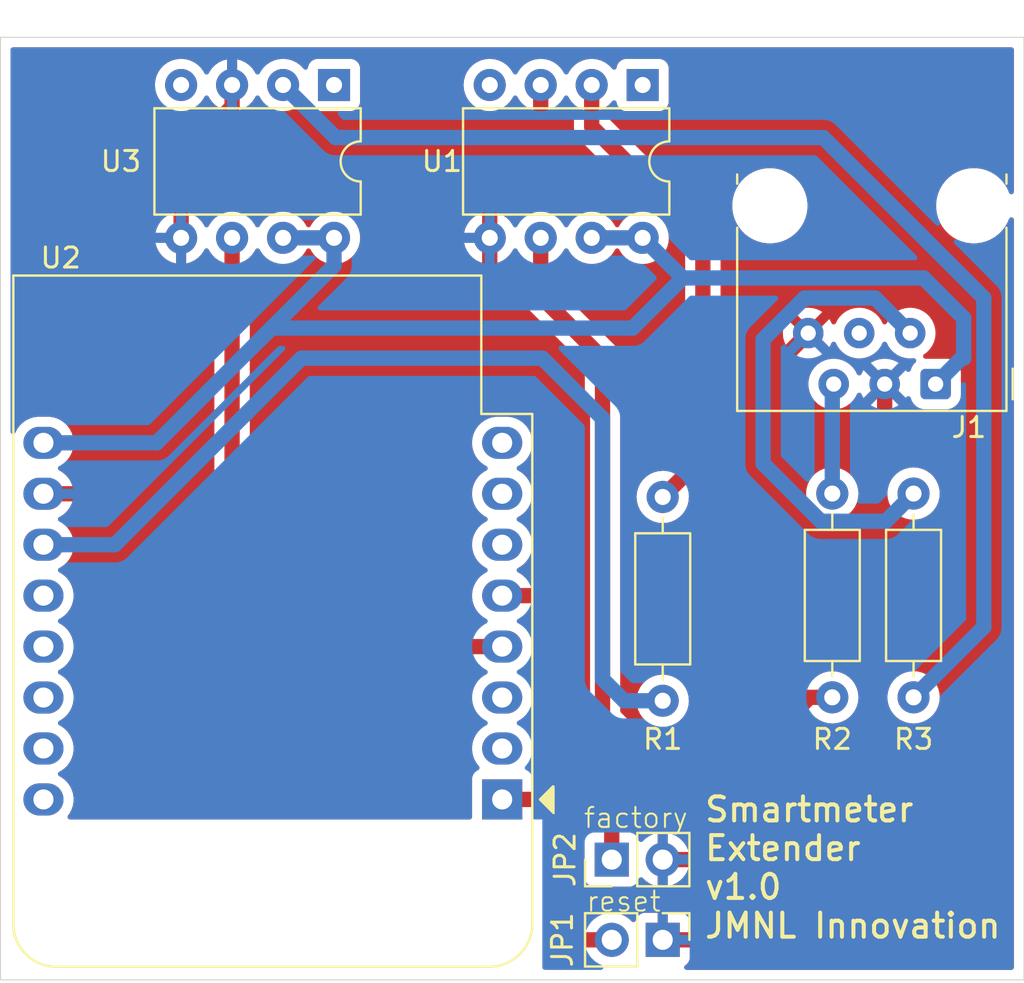
<source format=kicad_pcb>
(kicad_pcb (version 20240108) (generator "pcbnew") (generator_version "8.0")
  (layers (0 "F.Cu" signal) (31 "B.Cu" signal) (34 "B.Paste" user) (35 "F.Paste" user) (36 "B.SilkS" user "B.Silkscreen") (37 "F.SilkS" user "F.Silkscreen") (38 "B.Mask" user) (39 "F.Mask" user) (44 "Edge.Cuts" user))
  (net 0 "")
  (net 1 "Net-(J1-Pad2)")
  (net 2 "Net-(J1-Pad5)")
  (net 4 "+5V")
  (net 5 "GND")
  (net 6 "Net-(JP1-B)")
  (net 7 "Net-(U2-D4)")
  (net 8 "Net-(U1-A)")
  (net 9 "Net-(U1-VO)")
  (net 10 "Net-(U3-A)")
  (net 14 "Net-(JP2-A)")
  (net 18 "Net-(U2-SCK{slash}D5)")
  (net 23 "Net-(U1-C)")
  (footprint "Resistor_THT:R_Axial_DIN0207_L6.3mm_D2.5mm_P10.16mm_Horizontal" (layer "F.Cu") (at 147 105.08 90)
    (property "Reference" "R1" (at -1.92 0 180) (layer "F.SilkS"))
    (property "Value" "165-200 (180)")
    (fp_line (start 8.35 -1.37) (end 1.81 -1.37) (stroke (width 0.12)) (layer "F.SilkS"))
    (fp_line (start 1.81 -1.37) (end 1.81 1.37) (stroke (width 0.12)) (layer "F.SilkS"))
    (fp_line (start 9.12 0) (end 8.35 0) (stroke (width 0.12)) (layer "F.SilkS"))
    (fp_line (start 1.04 0) (end 1.81 0) (stroke (width 0.12)) (layer "F.SilkS"))
    (fp_line (start 8.35 1.37) (end 8.35 -1.37) (stroke (width 0.12)) (layer "F.SilkS"))
    (fp_line (start 1.81 1.37) (end 8.35 1.37) (stroke (width 0.12)) (layer "F.SilkS"))
    (pad "1" thru_hole circle (at 0 0 90) (size 1.6 1.6) (drill 0.8) (layers "*.Cu" "*.Mask") (net 7 "Net-(U2-D4)"))
    (pad "2" thru_hole oval (at 10.16 0 90) (size 1.6 1.6) (drill 0.8) (layers "*.Cu" "*.Mask") (net 8 "Net-(U1-A)"))
  )
  (footprint "Resistor_THT:R_Axial_DIN0207_L6.3mm_D2.5mm_P10.16mm_Horizontal" (layer "F.Cu") (at 159.5 104.91 90)
    (property "Reference" "R3" (at -2.09 0 180) (layer "F.SilkS"))
    (property "Value" "220-330 (330)")
    (fp_line (start 8.35 -1.37) (end 1.81 -1.37) (stroke (width 0.12)) (layer "F.SilkS"))
    (fp_line (start 1.81 -1.37) (end 1.81 1.37) (stroke (width 0.12)) (layer "F.SilkS"))
    (fp_line (start 9.12 0) (end 8.35 0) (stroke (width 0.12)) (layer "F.SilkS"))
    (fp_line (start 1.04 0) (end 1.81 0) (stroke (width 0.12)) (layer "F.SilkS"))
    (fp_line (start 8.35 1.37) (end 8.35 -1.37) (stroke (width 0.12)) (layer "F.SilkS"))
    (fp_line (start 1.81 1.37) (end 8.35 1.37) (stroke (width 0.12)) (layer "F.SilkS"))
    (pad "1" thru_hole circle (at 0 0 90) (size 1.6 1.6) (drill 0.8) (layers "*.Cu" "*.Mask") (net 10 "Net-(U3-A)"))
    (pad "2" thru_hole oval (at 10.16 0 90) (size 1.6 1.6) (drill 0.8) (layers "*.Cu" "*.Mask") (net 1 "Net-(J1-Pad2)"))
  )
  (footprint "Package_DIP:DIP-8_W7.62mm" (layer "F.Cu") (at 146 74.38 -90)
    (property "Reference" "U1" (at 3.81 10 180) (layer "F.SilkS"))
    (property "Value" "6N137")
    (fp_line (start 1.16 8.95) (end 6.46 8.95) (stroke (width 0.12)) (layer "F.SilkS"))
    (fp_line (start 6.46 8.95) (end 6.46 -1.33) (stroke (width 0.12)) (layer "F.SilkS"))
    (fp_line (start 1.16 -1.33) (end 1.16 8.95) (stroke (width 0.12)) (layer "F.SilkS"))
    (fp_line (start 2.81 -1.33) (end 1.16 -1.33) (stroke (width 0.12)) (layer "F.SilkS"))
    (fp_line (start 6.46 -1.33) (end 4.81 -1.33) (stroke (width 0.12)) (layer "F.SilkS"))
    (fp_arc (start 4.81 -1.33) (mid 3.81 -0.33) (end 2.81 -1.33) (stroke (width 0.12)) (layer "F.SilkS"))
    (pad "1" thru_hole rect (at 0 0 270) (size 1.6 1.6) (drill 0.8) (layers "*.Cu" "*.Mask"))
    (pad "2" thru_hole oval (at 0 2.54 270) (size 1.6 1.6) (drill 0.8) (layers "*.Cu" "*.Mask") (net 8 "Net-(U1-A)"))
    (pad "3" thru_hole oval (at 0 5.08 270) (size 1.6 1.6) (drill 0.8) (layers "*.Cu" "*.Mask") (net 23 "Net-(U1-C)"))
    (pad "4" thru_hole oval (at 0 7.62 270) (size 1.6 1.6) (drill 0.8) (layers "*.Cu" "*.Mask"))
    (pad "5" thru_hole oval (at 7.62 7.62 270) (size 1.6 1.6) (drill 0.8) (layers "*.Cu" "*.Mask") (net 5 "GND"))
    (pad "6" thru_hole oval (at 7.62 5.08 270) (size 1.6 1.6) (drill 0.8) (layers "*.Cu" "*.Mask") (net 9 "Net-(U1-VO)"))
    (pad "7" thru_hole oval (at 7.62 2.54 270) (size 1.6 1.6) (drill 0.8) (layers "*.Cu" "*.Mask") (net 4 "+5V"))
    (pad "8" thru_hole oval (at 7.62 0 270) (size 1.6 1.6) (drill 0.8) (layers "*.Cu" "*.Mask") (net 4 "+5V"))
  )
  (footprint "Connector_PinHeader_2.54mm:PinHeader_1x02_P2.54mm_Vertical" (layer "F.Cu") (at 144.46 113 90)
    (property "Reference" "JP2" (at 0 -2.33 90) (layer "F.SilkS"))
    (property "Value" "Factory Reset")
    (fp_line (start -1.33 -1.33) (end 0 -1.33) (stroke (width 0.12)) (layer "F.SilkS"))
    (fp_line (start -1.33 0) (end -1.33 -1.33) (stroke (width 0.12)) (layer "F.SilkS"))
    (fp_line (start 1.33 1.27) (end 1.33 3.87) (stroke (width 0.12)) (layer "F.SilkS"))
    (fp_line (start -1.33 1.27) (end 1.33 1.27) (stroke (width 0.12)) (layer "F.SilkS"))
    (fp_line (start -1.33 1.27) (end -1.33 3.87) (stroke (width 0.12)) (layer "F.SilkS"))
    (fp_line (start -1.33 3.87) (end 1.33 3.87) (stroke (width 0.12)) (layer "F.SilkS"))
    (pad "1" thru_hole rect (at 0 0 90) (size 1.7 1.7) (drill 1) (layers "*.Cu" "*.Mask") (net 14 "Net-(JP2-A)"))
    (pad "2" thru_hole oval (at 0 2.54 90) (size 1.7 1.7) (drill 1) (layers "*.Cu" "*.Mask") (net 5 "GND"))
  )
  (footprint "Resistor_THT:R_Axial_DIN0207_L6.3mm_D2.5mm_P10.16mm_Horizontal" (layer "F.Cu") (at 155.45 104.91 90)
    (property "Reference" "R2" (at -2.09 0 180) (layer "F.SilkS"))
    (property "Value" "100")
    (fp_line (start 8.35 -1.37) (end 1.81 -1.37) (stroke (width 0.12)) (layer "F.SilkS"))
    (fp_line (start 1.81 -1.37) (end 1.81 1.37) (stroke (width 0.12)) (layer "F.SilkS"))
    (fp_line (start 9.12 0) (end 8.35 0) (stroke (width 0.12)) (layer "F.SilkS"))
    (fp_line (start 1.04 0) (end 1.81 0) (stroke (width 0.12)) (layer "F.SilkS"))
    (fp_line (start 8.35 1.37) (end 8.35 -1.37) (stroke (width 0.12)) (layer "F.SilkS"))
    (fp_line (start 1.81 1.37) (end 8.35 1.37) (stroke (width 0.12)) (layer "F.SilkS"))
    (pad "1" thru_hole circle (at 0 0 90) (size 1.6 1.6) (drill 0.8) (layers "*.Cu" "*.Mask") (net 9 "Net-(U1-VO)"))
    (pad "2" thru_hole oval (at 10.16 0 90) (size 1.6 1.6) (drill 0.8) (layers "*.Cu" "*.Mask") (net 2 "Net-(J1-Pad5)"))
  )
  (footprint "Module:WEMOS_D1_mini_light" (layer "F.Cu") (at 139 110 180)
    (property "Reference" "U2" (at 22 27 0) (layer "F.SilkS"))
    (property "Value" "WeMos_D1_mini")
    (fp_line (start 24.36 26.12) (end 24.36 -6.21) (stroke (width 0.12)) (layer "F.SilkS"))
    (fp_line (start 22.24 -8.34) (end 0.63 -8.34) (stroke (width 0.12)) (layer "F.SilkS"))
    (fp_line (start 1.04 26.12) (end 24.36 26.12) (stroke (width 0.12)) (layer "F.SilkS"))
    (fp_line (start 1.04 19.22) (end 1.04 26.12) (stroke (width 0.12)) (layer "F.SilkS"))
    (fp_line (start -1.5 19.22) (end 1.04 19.22) (stroke (width 0.12)) (layer "F.SilkS"))
    (fp_line (start -1.5 19.22) (end -1.5 -6.21) (stroke (width 0.12)) (layer "F.SilkS"))
    (fp_arc (start 22.23 -8.34) (mid 23.736137 -7.716137) (end 24.36 -6.21) (stroke (width 0.12)) (layer "F.SilkS"))
    (fp_arc (start -1.5 -6.21) (mid -0.876137 -7.716137) (end 0.63 -8.34) (stroke (width 0.12)) (layer "F.SilkS"))
    (fp_poly (pts (xy -2.54 -0.635) (xy -2.54 0.635) (xy -1.905 0)) (stroke (width 0.15)) (fill solid) (layer "F.SilkS"))
    (pad "1" thru_hole rect (at 0 0 180) (size 2 2) (drill 1) (layers "*.Cu" "*.Mask") (net 6 "Net-(JP1-B)"))
    (pad "2" thru_hole oval (at 0 2.54 180) (size 2 1.6) (drill 1) (layers "*.Cu" "*.Mask"))
    (pad "3" thru_hole oval (at 0 5.08 180) (size 2 1.6) (drill 1) (layers "*.Cu" "*.Mask"))
    (pad "4" thru_hole oval (at 0 7.62 180) (size 2 1.6) (drill 1) (layers "*.Cu" "*.Mask") (net 18 "Net-(U2-SCK{slash}D5)"))
    (pad "5" thru_hole oval (at 0 10.16 180) (size 2 1.6) (drill 1) (layers "*.Cu" "*.Mask") (net 14 "Net-(JP2-A)"))
    (pad "6" thru_hole oval (at 0 12.7 180) (size 2 1.6) (drill 1) (layers "*.Cu" "*.Mask"))
    (pad "7" thru_hole oval (at 0 15.24 180) (size 2 1.6) (drill 1) (layers "*.Cu" "*.Mask"))
    (pad "8" thru_hole oval (at 0 17.78 180) (size 2 1.6) (drill 1) (layers "*.Cu" "*.Mask"))
    (pad "9" thru_hole oval (at 22.86 17.78 180) (size 2 1.6) (drill 1) (layers "*.Cu" "*.Mask") (net 4 "+5V"))
    (pad "10" thru_hole oval (at 22.86 15.24 180) (size 2 1.6) (drill 1) (layers "*.Cu" "*.Mask") (net 5 "GND"))
    (pad "11" thru_hole oval (at 22.86 12.7 180) (size 2 1.6) (drill 1) (layers "*.Cu" "*.Mask") (net 7 "Net-(U2-D4)"))
    (pad "12" thru_hole oval (at 22.86 10.16 180) (size 2 1.6) (drill 1) (layers "*.Cu" "*.Mask"))
    (pad "13" thru_hole oval (at 22.86 7.62 180) (size 2 1.6) (drill 1) (layers "*.Cu" "*.Mask"))
    (pad "14" thru_hole oval (at 22.86 5.08 180) (size 2 1.6) (drill 1) (layers "*.Cu" "*.Mask") (net 23 "Net-(U1-C)"))
    (pad "15" thru_hole oval (at 22.86 2.54 180) (size 2 1.6) (drill 1) (layers "*.Cu" "*.Mask"))
    (pad "16" thru_hole oval (at 22.86 0 180) (size 2 1.6) (drill 1) (layers "*.Cu" "*.Mask"))
  )
  (footprint "Package_DIP:DIP-8_W7.62mm" (layer "F.Cu") (at 130.62 74.38 -90)
    (property "Reference" "U3" (at 3.81 10.62 180) (layer "F.SilkS"))
    (property "Value" "6N137")
    (fp_line (start 1.16 8.95) (end 6.46 8.95) (stroke (width 0.12)) (layer "F.SilkS"))
    (fp_line (start 6.46 8.95) (end 6.46 -1.33) (stroke (width 0.12)) (layer "F.SilkS"))
    (fp_line (start 1.16 -1.33) (end 1.16 8.95) (stroke (width 0.12)) (layer "F.SilkS"))
    (fp_line (start 2.81 -1.33) (end 1.16 -1.33) (stroke (width 0.12)) (layer "F.SilkS"))
    (fp_line (start 6.46 -1.33) (end 4.81 -1.33) (stroke (width 0.12)) (layer "F.SilkS"))
    (fp_arc (start 4.81 -1.33) (mid 3.81 -0.33) (end 2.81 -1.33) (stroke (width 0.12)) (layer "F.SilkS"))
    (pad "1" thru_hole rect (at 0 0 270) (size 1.6 1.6) (drill 0.8) (layers "*.Cu" "*.Mask"))
    (pad "2" thru_hole oval (at 0 2.54 270) (size 1.6 1.6) (drill 0.8) (layers "*.Cu" "*.Mask") (net 10 "Net-(U3-A)"))
    (pad "3" thru_hole oval (at 0 5.08 270) (size 1.6 1.6) (drill 0.8) (layers "*.Cu" "*.Mask") (net 5 "GND"))
    (pad "4" thru_hole oval (at 0 7.62 270) (size 1.6 1.6) (drill 0.8) (layers "*.Cu" "*.Mask"))
    (pad "5" thru_hole oval (at 7.62 7.62 270) (size 1.6 1.6) (drill 0.8) (layers "*.Cu" "*.Mask") (net 5 "GND"))
    (pad "6" thru_hole oval (at 7.62 5.08 270) (size 1.6 1.6) (drill 0.8) (layers "*.Cu" "*.Mask") (net 18 "Net-(U2-SCK{slash}D5)"))
    (pad "7" thru_hole oval (at 7.62 2.54 270) (size 1.6 1.6) (drill 0.8) (layers "*.Cu" "*.Mask") (net 4 "+5V"))
    (pad "8" thru_hole oval (at 7.62 0 270) (size 1.6 1.6) (drill 0.8) (layers "*.Cu" "*.Mask") (net 4 "+5V"))
  )
  (footprint "Connector_RJ:RJ12_Amphenol_54601-x06_Horizontal" (layer "F.Cu") (at 160.6 89.29 180)
    (property "Reference" "J1" (at -1.66 -2.16 0) (layer "F.SilkS"))
    (property "Value" "RJ12")
    (fp_line (start 9.89 10.45) (end 9.89 9.99) (stroke (width 0.12)) (layer "F.SilkS"))
    (fp_line (start 9.89 -1.34) (end 9.89 7.79) (stroke (width 0.12)) (layer "F.SilkS"))
    (fp_line (start -3.53 10.45) (end -3.53 9.99) (stroke (width 0.12)) (layer "F.SilkS"))
    (fp_line (start -3.53 7.79) (end -3.53 -1.34) (stroke (width 0.12)) (layer "F.SilkS"))
    (fp_line (start -3.53 -1.34) (end 9.89 -1.34) (stroke (width 0.12)) (layer "F.SilkS"))
    (fp_line (start -3.84 0.77) (end -3.84 -0.76) (stroke (width 0.12)) (layer "F.SilkS"))
    (pad "" np_thru_hole circle (at -1.9 8.89 180) (size 3.25 3.25) (drill 3.25) (layers "*.Cu" "*.Mask"))
    (pad "" np_thru_hole circle (at 8.26 8.89 180) (size 3.25 3.25) (drill 3.25) (layers "*.Cu" "*.Mask"))
    (pad "1" thru_hole roundrect (at 0 0 180) (size 1.52 1.52) (drill 0.76) (layers "*.Cu" "*.Mask") (roundrect_rratio 0.1644736842) (net 4 "+5V"))
    (pad "2" thru_hole circle (at 1.27 2.54 180) (size 1.52 1.52) (drill 0.76) (layers "*.Cu" "*.Mask") (net 1 "Net-(J1-Pad2)"))
    (pad "3" thru_hole circle (at 2.54 0 180) (size 1.52 1.52) (drill 0.76) (layers "*.Cu" "*.Mask") (net 5 "GND"))
    (pad "4" thru_hole circle (at 3.81 2.54 180) (size 1.52 1.52) (drill 0.76) (layers "*.Cu" "*.Mask"))
    (pad "5" thru_hole circle (at 5.08 0 180) (size 1.52 1.52) (drill 0.76) (layers "*.Cu" "*.Mask") (net 2 "Net-(J1-Pad5)"))
    (pad "6" thru_hole circle (at 6.35 2.54 180) (size 1.52 1.52) (drill 0.76) (layers "*.Cu" "*.Mask") (net 5 "GND"))
  )
  (footprint "Connector_PinHeader_2.54mm:PinHeader_1x02_P2.54mm_Vertical" (layer "F.Cu") (at 147 117 -90)
    (property "Reference" "JP1" (at 0 5 -90) (layer "F.SilkS"))
    (property "Value" "Reset")
    (fp_line (start -1.33 3.87) (end 1.33 3.87) (stroke (width 0.12)) (layer "F.SilkS"))
    (fp_line (start -1.33 1.27) (end -1.33 3.87) (stroke (width 0.12)) (layer "F.SilkS"))
    (fp_line (start -1.33 1.27) (end 1.33 1.27) (stroke (width 0.12)) (layer "F.SilkS"))
    (fp_line (start 1.33 1.27) (end 1.33 3.87) (stroke (width 0.12)) (layer "F.SilkS"))
    (fp_line (start -1.33 0) (end -1.33 -1.33) (stroke (width 0.12)) (layer "F.SilkS"))
    (fp_line (start -1.33 -1.33) (end 0 -1.33) (stroke (width 0.12)) (layer "F.SilkS"))
    (pad "1" thru_hole rect (at 0 0 270) (size 1.7 1.7) (drill 1) (layers "*.Cu" "*.Mask") (net 5 "GND"))
    (pad "2" thru_hole oval (at 0 2.54 270) (size 1.7 1.7) (drill 1) (layers "*.Cu" "*.Mask") (net 6 "Net-(JP1-B)"))
  )
  (gr_poly (pts (xy 114 72) (xy 165 72) (xy 165 119) (xy 114 119)) (stroke (width 0.05)) (fill none) (layer "Edge.Cuts"))
  (gr_text "factory" (at 143 111.5 0) (layer "F.SilkS") (effects (font (size 1 1) (thickness 0.1)) (justify left bottom)))
  (gr_text "Smartmeter\nExtender\nv1.0\nJMNL Innovation" (at 149 117 0) (layer "F.SilkS") (effects (font (size 1.2 1.2) (thickness 0.2) (bold yes)) (justify left bottom)))
  (gr_text "reset" (at 143.13 115.67 0) (layer "F.SilkS") (effects (font (size 1 1) (thickness 0.1)) (justify left bottom)))
  (segment (start 152 93.253029) (end 152 87.065539) (width 0.762) (layer "B.Cu") (net 1))
  (segment (start 159.5 94.75) (end 158.119 96.131) (width 0.762) (layer "B.Cu") (net 1))
  (segment (start 154.065539 85) (end 157.58 85) (width 0.762) (layer "B.Cu") (net 1))
  (segment (start 154.877971 96.131) (end 152 93.253029) (width 0.762) (layer "B.Cu") (net 1))
  (segment (start 158.119 96.131) (end 154.877971 96.131) (width 0.762) (layer "B.Cu") (net 1))
  (segment (start 152 87.065539) (end 154.065539 85) (width 0.762) (layer "B.Cu") (net 1))
  (segment (start 157.58 85) (end 159.33 86.75) (width 0.762) (layer "B.Cu") (net 1))
  (segment (start 155.45 94.75) (end 155.45 89.36) (width 0.762) (layer "B.Cu") (net 2))
  (segment (start 155.45 89.36) (end 155.52 89.29) (width 0.762) (layer "B.Cu") (net 2))
  (segment (start 143.46 82) (end 146 82) (width 0.762) (layer "B.Cu") (net 4))
  (segment (start 130.62 83.38) (end 130.62 82) (width 0.762) (layer "B.Cu") (net 4))
  (segment (start 146 82) (end 148 84) (width 0.762) (layer "B.Cu") (net 4))
  (segment (start 116.14 92.22) (end 121.78 92.22) (width 0.762) (layer "B.Cu") (net 4))
  (segment (start 130.62 82) (end 128.08 82) (width 0.762) (layer "B.Cu") (net 4))
  (segment (start 145.5 86.5) (end 148 84) (width 0.762) (layer "B.Cu") (net 4))
  (segment (start 162 86) (end 162 88) (width 0.762) (layer "B.Cu") (net 4))
  (segment (start 148 84) (end 160 84) (width 0.762) (layer "B.Cu") (net 4))
  (segment (start 121.78 92.22) (end 127 87) (width 0.762) (layer "B.Cu") (net 4))
  (segment (start 162 88) (end 161.89 88) (width 0.762) (layer "B.Cu") (net 4))
  (segment (start 127.5 86.5) (end 145.5 86.5) (width 0.762) (layer "B.Cu") (net 4))
  (segment (start 127 87) (end 127.5 86.5) (width 0.762) (layer "B.Cu") (net 4))
  (segment (start 161.89 88) (end 160.6 89.29) (width 0.762) (layer "B.Cu") (net 4))
  (segment (start 127 87) (end 130.62 83.38) (width 0.762) (layer "B.Cu") (net 4))
  (segment (start 160 84) (end 162 86) (width 0.762) (layer "B.Cu") (net 4))
  (segment (start 148 111) (end 150 113) (width 0.762) (layer "F.Cu") (net 5))
  (segment (start 141 77) (end 140.92 76.92) (width 0.762) (layer "F.Cu") (net 5))
  (segment (start 116.14 94.76) (end 118.24 94.76) (width 0.762) (layer "F.Cu") (net 5))
  (segment (start 156.5 92.5) (end 160.5 92.5) (width 0.762) (layer "F.Cu") (net 5))
  (segment (start 140.92 76.92) (end 140.92 74.38) (width 0.762) (layer "F.Cu") (net 5))
  (segment (start 118.24 94.76) (end 119 94) (width 0.762) (layer "F.Cu") (net 5))
  (segment (start 123 82) (end 123 78) (width 0.762) (layer "F.Cu") (net 5))
  (segment (start 119 90) (end 121 88) (width 0.762) (layer "F.Cu") (net 5))
  (segment (start 135.76 77) (end 124 77) (width 0.762) (layer "F.Cu") (net 5))
  (segment (start 138.38 82) (end 138.38 79.62) (width 0.762) (layer "F.Cu") (net 5))
  (segment (start 123 78) (end 124 77) (width 0.762) (layer "F.Cu") (net 5))
  (segment (start 163 95) (end 163 114) (width 0.762) (layer "F.Cu") (net 5))
  (segment (start 121 88) (end 121 80) (width 0.762) (layer "F.Cu") (net 5))
  (segment (start 152 90) (end 152 91) (width 0.762) (layer "F.Cu") (net 5))
  (segment (start 143 108) (end 146 111) (width 0.762) (layer "F.Cu") (net 5))
  (segment (start 154.25 86.75) (end 152 89) (width 0.762) (layer "F.Cu") (net 5))
  (segment (start 124 77) (end 125.54 75.46) (width 0.762) (layer "F.Cu") (net 5))
  (segment (start 153.5 92.5) (end 156.5 92.5) (width 0.762) (layer "F.Cu") (net 5))
  (segment (start 138.38 79.62) (end 135.76 77) (width 0.762) (layer "F.Cu") (net 5))
  (segment (start 150 113) (end 147 113) (width 0.762) (layer "F.Cu") (net 5))
  (segment (start 150 113) (end 154 117) (width 0.762) (layer "F.Cu") (net 5))
  (segment (start 156.5 92.5) (end 158.06 90.94) (width 0.762) (layer "F.Cu") (net 5))
  (segment (start 158.06 90.94) (end 158.06 89.29) (width 0.762) (layer "F.Cu") (net 5))
  (segment (start 121 80) (end 123 78) (width 0.762) (layer "F.Cu") (net 5))
  (segment (start 154 117) (end 147 117) (width 0.762) (layer "F.Cu") (net 5))
  (segment (start 163 114) (end 160 117) (width 0.762) (layer "F.Cu") (net 5))
  (segment (start 138.38 79.62) (end 141 77) (width 0.762) (layer "F.Cu") (net 5))
  (segment (start 143 90) (end 143 108) (width 0.762) (layer "F.Cu") (net 5))
  (segment (start 153 92) (end 153.5 92.5) (width 0.762) (layer "F.Cu") (net 5))
  (segment (start 146 111) (end 148 111) (width 0.762) (layer "F.Cu") (net 5))
  (segment (start 152 89) (end 152 90) (width 0.762) (layer "F.Cu") (net 5))
  (segment (start 138.38 82) (end 138.38 85.38) (width 0.762) (layer "F.Cu") (net 5))
  (segment (start 160.5 92.5) (end 163 95) (width 0.762) (layer "F.Cu") (net 5))
  (segment (start 125.54 75.46) (end 125.54 74.38) (width 0.762) (layer "F.Cu") (net 5))
  (segment (start 119 94) (end 119 90) (width 0.762) (layer "F.Cu") (net 5))
  (segment (start 138.38 85.38) (end 143 90) (width 0.762) (layer "F.Cu") (net 5))
  (segment (start 152 91) (end 153 92) (width 0.762) (layer "F.Cu") (net 5))
  (segment (start 160 117) (end 154 117) (width 0.762) (layer "F.Cu") (net 5))
  (segment (start 142 110) (end 142.5 110.5) (width 0.762) (layer "F.Cu") (net 6))
  (segment (start 139 110) (end 142 110) (width 0.762) (layer "F.Cu") (net 6))
  (segment (start 142.5 116.5) (end 143 117) (width 0.762) (layer "F.Cu") (net 6))
  (segment (start 142.5 110.5) (end 142.5 116.5) (width 0.762) (layer "F.Cu") (net 6))
  (segment (start 143 117) (end 144.46 117) (width 0.762) (layer "F.Cu") (net 6))
  (segment (start 119.7 97.3) (end 129 88) (width 0.762) (layer "B.Cu") (net 7))
  (segment (start 129 88) (end 141 88) (width 0.762) (layer "B.Cu") (net 7))
  (segment (start 145.08 105.08) (end 147 105.08) (width 0.762) (layer "B.Cu") (net 7))
  (segment (start 144 104) (end 145.08 105.08) (width 0.762) (layer "B.Cu") (net 7))
  (segment (start 116.14 97.3) (end 119.7 97.3) (width 0.762) (layer "B.Cu") (net 7))
  (segment (start 141 88) (end 144 91) (width 0.762) (layer "B.Cu") (net 7))
  (segment (start 144 91) (end 144 104) (width 0.762) (layer "B.Cu") (net 7))
  (segment (start 143.46 74.38) (end 143.46 76.46) (width 0.762) (layer "F.Cu") (net 8))
  (segment (start 148 79) (end 149 80) (width 0.762) (layer "F.Cu") (net 8))
  (segment (start 143.46 76.46) (end 146 79) (width 0.762) (layer "F.Cu") (net 8))
  (segment (start 149 80) (end 149 92.92) (width 0.762) (layer "F.Cu") (net 8))
  (segment (start 149 92.92) (end 147 94.92) (width 0.762) (layer "F.Cu") (net 8))
  (segment (start 146 79) (end 148 79) (width 0.762) (layer "F.Cu") (net 8))
  (segment (start 140.92 84.92) (end 140.92 82) (width 0.762) (layer "F.Cu") (net 9))
  (segment (start 144 88) (end 140.92 84.92) (width 0.762) (layer "F.Cu") (net 9))
  (segment (start 151.22863 108) (end 146 108) (width 0.762) (layer "F.Cu") (net 9))
  (segment (start 155.45 104.91) (end 154.31863 104.91) (width 0.762) (layer "F.Cu") (net 9))
  (segment (start 154.31863 104.91) (end 151.22863 108) (width 0.762) (layer "F.Cu") (net 9))
  (segment (start 144 106) (end 144 88) (width 0.762) (layer "F.Cu") (net 9))
  (segment (start 146 108) (end 144 106) (width 0.762) (layer "F.Cu") (net 9))
  (segment (start 163 85) (end 163 101.41) (width 0.762) (layer "B.Cu") (net 10))
  (segment (start 155 77) (end 163 85) (width 0.762) (layer "B.Cu") (net 10))
  (segment (start 130.7 77) (end 155 77) (width 0.762) (layer "B.Cu") (net 10))
  (segment (start 128.08 74.38) (end 130.7 77) (width 0.762) (layer "B.Cu") (net 10))
  (segment (start 163 101.41) (end 159.5 104.91) (width 0.762) (layer "B.Cu") (net 10))
  (segment (start 139 99.84) (end 140.878 99.84) (width 0.762) (layer "F.Cu") (net 14))
  (segment (start 142.038 101) (end 142.038 108.677526) (width 0.762) (layer "F.Cu") (net 14))
  (segment (start 140.878 99.84) (end 142.038 101) (width 0.762) (layer "F.Cu") (net 14))
  (segment (start 142.038 108.677526) (end 144.46 111.099526) (width 0.762) (layer "F.Cu") (net 14))
  (segment (start 144.46 111.099526) (end 144.46 113) (width 0.762) (layer "F.Cu") (net 14))
  (segment (start 125.54 82) (end 125.54 94.54) (width 0.762) (layer "F.Cu") (net 18))
  (segment (start 125.54 94.54) (end 133.38 102.38) (width 0.762) (layer "F.Cu") (net 18))
  (segment (start 133.38 102.38) (end 139 102.38) (width 0.762) (layer "F.Cu") (net 18))
  (zone (net 0) (net_name "") (layers "F&B.Cu") (connect_pads (clearance 0)) (min_thickness 0.25)
    (keepout (tracks allowed) (vias allowed) (pads allowed) (copperpour not_allowed) (footprints allowed))
    (fill (thermal_gap 0.5) (thermal_bridge_width 0.5))
    (polygon (pts (xy 114 111) (xy 141 111) (xy 141 119) (xy 114 119)))
  )
  (zone (net 5) (net_name "GND") (layers "F&B.Cu") (connect_pads (clearance 0.5)) (min_thickness 0.25) (fill yes (thermal_gap 0.5) (thermal_bridge_width 0.5))
    (polygon (pts (xy 114 72) (xy 165 72) (xy 165 119) (xy 114 119)))
  )
)
</source>
